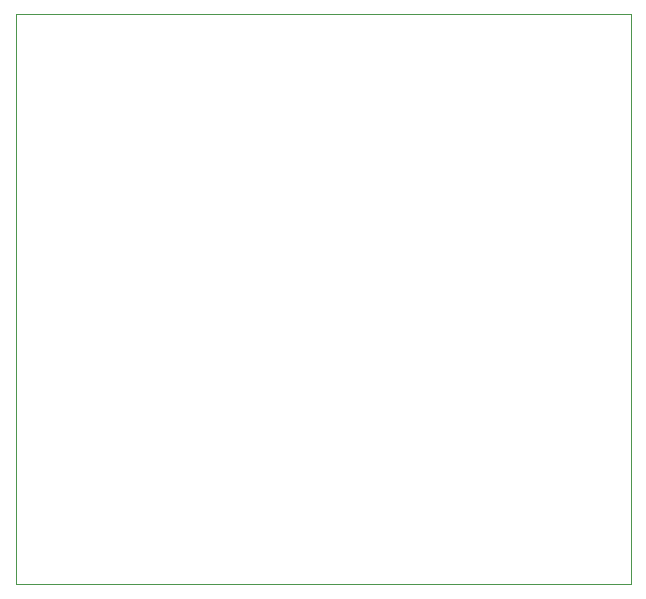
<source format=gbr>
%TF.GenerationSoftware,KiCad,Pcbnew,(5.1.10-1-10_14)*%
%TF.CreationDate,2022-02-21T01:09:15+09:00*%
%TF.ProjectId,SS60,53533630-2e6b-4696-9361-645f70636258,rev?*%
%TF.SameCoordinates,Original*%
%TF.FileFunction,Profile,NP*%
%FSLAX46Y46*%
G04 Gerber Fmt 4.6, Leading zero omitted, Abs format (unit mm)*
G04 Created by KiCad (PCBNEW (5.1.10-1-10_14)) date 2022-02-21 01:09:15*
%MOMM*%
%LPD*%
G01*
G04 APERTURE LIST*
%TA.AperFunction,Profile*%
%ADD10C,0.050000*%
%TD*%
G04 APERTURE END LIST*
D10*
X106680000Y-63500000D02*
X158750000Y-63500000D01*
X106680000Y-111760000D02*
X106680000Y-63500000D01*
X158750000Y-111760000D02*
X106680000Y-111760000D01*
X158750000Y-63500000D02*
X158750000Y-111760000D01*
M02*

</source>
